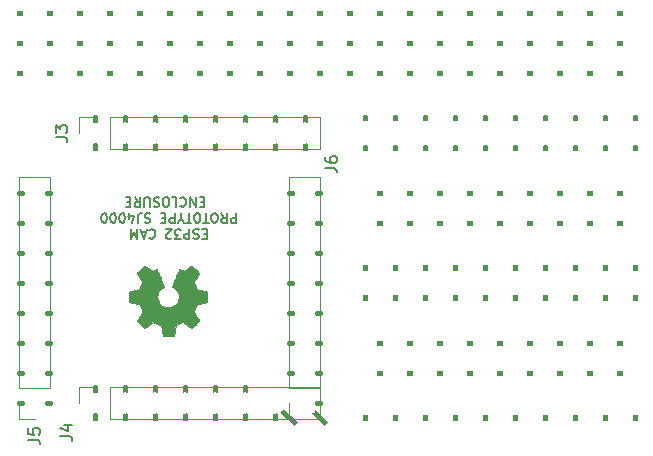
<source format=gbr>
G04 #@! TF.GenerationSoftware,KiCad,Pcbnew,5.1.5+dfsg1-2build2*
G04 #@! TF.CreationDate,2021-12-07T18:35:01-05:00*
G04 #@! TF.ProjectId,ESP32CAM_SJ4000_ENCLOSURE,45535033-3243-4414-9d5f-534a34303030,rev?*
G04 #@! TF.SameCoordinates,Original*
G04 #@! TF.FileFunction,Legend,Top*
G04 #@! TF.FilePolarity,Positive*
%FSLAX46Y46*%
G04 Gerber Fmt 4.6, Leading zero omitted, Abs format (unit mm)*
G04 Created by KiCad (PCBNEW 5.1.5+dfsg1-2build2) date 2021-12-07 18:35:01*
%MOMM*%
%LPD*%
G04 APERTURE LIST*
%ADD10C,0.400000*%
%ADD11C,0.150000*%
%ADD12C,0.120000*%
%ADD13C,0.010000*%
%ADD14C,2.102000*%
%ADD15C,2.100980*%
%ADD16O,1.802000X1.802000*%
%ADD17R,1.802000X1.802000*%
G04 APERTURE END LIST*
D10*
X128028700Y-136728200D02*
X129006600Y-137693400D01*
X125437900Y-136677400D02*
X126415800Y-137642600D01*
X155181300Y-137071100D02*
X155181300Y-137363200D01*
X152641300Y-137071100D02*
X152641300Y-137363200D01*
X150101300Y-137071100D02*
X150101300Y-137363200D01*
X147561300Y-137071100D02*
X147561300Y-137363200D01*
X145021300Y-137071100D02*
X145021300Y-137363200D01*
X142481300Y-137071100D02*
X142481300Y-137363200D01*
X139941300Y-137071100D02*
X139941300Y-137363200D01*
X137401300Y-137071100D02*
X137401300Y-137363200D01*
X134861300Y-137071100D02*
X134861300Y-137363200D01*
X132321300Y-137071100D02*
X132321300Y-137363200D01*
X154051000Y-133413500D02*
X153758900Y-133413500D01*
X151511000Y-133413500D02*
X151218900Y-133413500D01*
X148971000Y-133413500D02*
X148678900Y-133413500D01*
X146431000Y-133413500D02*
X146138900Y-133413500D01*
X143891000Y-133413500D02*
X143598900Y-133413500D01*
X141351000Y-133413500D02*
X141058900Y-133413500D01*
X138811000Y-133413500D02*
X138518900Y-133413500D01*
X136271000Y-133413500D02*
X135978900Y-133413500D01*
X133731000Y-133413500D02*
X133438900Y-133413500D01*
X154051000Y-130873500D02*
X153758900Y-130873500D01*
X151511000Y-130873500D02*
X151218900Y-130873500D01*
X148971000Y-130873500D02*
X148678900Y-130873500D01*
X146431000Y-130873500D02*
X146138900Y-130873500D01*
X143891000Y-130873500D02*
X143598900Y-130873500D01*
X141351000Y-130873500D02*
X141058900Y-130873500D01*
X138811000Y-130873500D02*
X138518900Y-130873500D01*
X136271000Y-130873500D02*
X135978900Y-130873500D01*
X133731000Y-130873500D02*
X133438900Y-130873500D01*
X155194000Y-126911100D02*
X155194000Y-127203200D01*
X152654000Y-126911100D02*
X152654000Y-127203200D01*
X150114000Y-126911100D02*
X150114000Y-127203200D01*
X147574000Y-126911100D02*
X147574000Y-127203200D01*
X145034000Y-126911100D02*
X145034000Y-127203200D01*
X142494000Y-126911100D02*
X142494000Y-127203200D01*
X139954000Y-126911100D02*
X139954000Y-127203200D01*
X137414000Y-126911100D02*
X137414000Y-127203200D01*
X134874000Y-126911100D02*
X134874000Y-127203200D01*
X132334000Y-126911100D02*
X132334000Y-127203200D01*
X155194000Y-124371100D02*
X155194000Y-124663200D01*
X152654000Y-124371100D02*
X152654000Y-124663200D01*
X150114000Y-124371100D02*
X150114000Y-124663200D01*
X147574000Y-124371100D02*
X147574000Y-124663200D01*
X145034000Y-124371100D02*
X145034000Y-124663200D01*
X142494000Y-124371100D02*
X142494000Y-124663200D01*
X139954000Y-124371100D02*
X139954000Y-124663200D01*
X137414000Y-124371100D02*
X137414000Y-124663200D01*
X134874000Y-124371100D02*
X134874000Y-124663200D01*
X132334000Y-124371100D02*
X132334000Y-124663200D01*
X154051000Y-120700800D02*
X153758900Y-120700800D01*
X151511000Y-120700800D02*
X151218900Y-120700800D01*
X148971000Y-120700800D02*
X148678900Y-120700800D01*
X146431000Y-120700800D02*
X146138900Y-120700800D01*
X143891000Y-120700800D02*
X143598900Y-120700800D01*
X141351000Y-120700800D02*
X141058900Y-120700800D01*
X138811000Y-120700800D02*
X138518900Y-120700800D01*
X136271000Y-120700800D02*
X135978900Y-120700800D01*
X133731000Y-120700800D02*
X133438900Y-120700800D01*
X154051000Y-118160800D02*
X153758900Y-118160800D01*
X151511000Y-118160800D02*
X151218900Y-118160800D01*
X148971000Y-118160800D02*
X148678900Y-118160800D01*
X146431000Y-118160800D02*
X146138900Y-118160800D01*
X143891000Y-118160800D02*
X143598900Y-118160800D01*
X141351000Y-118160800D02*
X141058900Y-118160800D01*
X138811000Y-118160800D02*
X138518900Y-118160800D01*
X136271000Y-118160800D02*
X135978900Y-118160800D01*
X133731000Y-118160800D02*
X133438900Y-118160800D01*
X155181300Y-114236500D02*
X155181300Y-114528600D01*
X152641300Y-114236500D02*
X152641300Y-114528600D01*
X150101300Y-114236500D02*
X150101300Y-114528600D01*
X147561300Y-114236500D02*
X147561300Y-114528600D01*
X145021300Y-114236500D02*
X145021300Y-114528600D01*
X142481300Y-114236500D02*
X142481300Y-114528600D01*
X139941300Y-114236500D02*
X139941300Y-114528600D01*
X137401300Y-114236500D02*
X137401300Y-114528600D01*
X134861300Y-114236500D02*
X134861300Y-114528600D01*
X132321300Y-114236500D02*
X132321300Y-114528600D01*
X155181300Y-111696500D02*
X155181300Y-111988600D01*
X152641300Y-111696500D02*
X152641300Y-111988600D01*
X150101300Y-111696500D02*
X150101300Y-111988600D01*
X147561300Y-111696500D02*
X147561300Y-111988600D01*
X145021300Y-111696500D02*
X145021300Y-111988600D01*
X142481300Y-111696500D02*
X142481300Y-111988600D01*
X139941300Y-111696500D02*
X139941300Y-111988600D01*
X137401300Y-111696500D02*
X137401300Y-111988600D01*
X134861300Y-111696500D02*
X134861300Y-111988600D01*
X132321300Y-111696500D02*
X132321300Y-111988600D01*
X154051000Y-108013500D02*
X153758900Y-108013500D01*
X151511000Y-108013500D02*
X151218900Y-108013500D01*
X148971000Y-108013500D02*
X148678900Y-108013500D01*
X146431000Y-108013500D02*
X146138900Y-108013500D01*
X143891000Y-108013500D02*
X143598900Y-108013500D01*
X141351000Y-108013500D02*
X141058900Y-108013500D01*
X138811000Y-108013500D02*
X138518900Y-108013500D01*
X136271000Y-108013500D02*
X135978900Y-108013500D01*
X133731000Y-108013500D02*
X133438900Y-108013500D01*
X131191000Y-108013500D02*
X130898900Y-108013500D01*
X128651000Y-108013500D02*
X128358900Y-108013500D01*
X126111000Y-108013500D02*
X125818900Y-108013500D01*
X123571000Y-108013500D02*
X123278900Y-108013500D01*
X121031000Y-108013500D02*
X120738900Y-108013500D01*
X118491000Y-108013500D02*
X118198900Y-108013500D01*
X115951000Y-108013500D02*
X115658900Y-108013500D01*
X113411000Y-108013500D02*
X113118900Y-108013500D01*
X110871000Y-108013500D02*
X110578900Y-108013500D01*
X108331000Y-108013500D02*
X108038900Y-108013500D01*
X105791000Y-108013500D02*
X105498900Y-108013500D01*
X103251000Y-108013500D02*
X102958900Y-108013500D01*
X154051000Y-105473500D02*
X153758900Y-105473500D01*
X151511000Y-105473500D02*
X151218900Y-105473500D01*
X148971000Y-105473500D02*
X148678900Y-105473500D01*
X146431000Y-105473500D02*
X146138900Y-105473500D01*
X143891000Y-105473500D02*
X143598900Y-105473500D01*
X141351000Y-105473500D02*
X141058900Y-105473500D01*
X138811000Y-105473500D02*
X138518900Y-105473500D01*
X136271000Y-105473500D02*
X135978900Y-105473500D01*
X133731000Y-105473500D02*
X133438900Y-105473500D01*
X131191000Y-105473500D02*
X130898900Y-105473500D01*
X128651000Y-105473500D02*
X128358900Y-105473500D01*
X126111000Y-105473500D02*
X125818900Y-105473500D01*
X123571000Y-105473500D02*
X123278900Y-105473500D01*
X121031000Y-105473500D02*
X120738900Y-105473500D01*
X118491000Y-105473500D02*
X118198900Y-105473500D01*
X115951000Y-105473500D02*
X115658900Y-105473500D01*
X113411000Y-105473500D02*
X113118900Y-105473500D01*
X110871000Y-105473500D02*
X110578900Y-105473500D01*
X108331000Y-105473500D02*
X108038900Y-105473500D01*
X105791000Y-105473500D02*
X105498900Y-105473500D01*
X103251000Y-105473500D02*
X102958900Y-105473500D01*
X154051000Y-102933500D02*
X153758900Y-102933500D01*
X151511000Y-102933500D02*
X151218900Y-102933500D01*
X148971000Y-102933500D02*
X148678900Y-102933500D01*
X146431000Y-102933500D02*
X146138900Y-102933500D01*
X143891000Y-102933500D02*
X143598900Y-102933500D01*
X141351000Y-102933500D02*
X141058900Y-102933500D01*
X138811000Y-102933500D02*
X138518900Y-102933500D01*
X136271000Y-102933500D02*
X135978900Y-102933500D01*
X133731000Y-102933500D02*
X133438900Y-102933500D01*
X131191000Y-102933500D02*
X130898900Y-102933500D01*
X128651000Y-102933500D02*
X128358900Y-102933500D01*
X126111000Y-102933500D02*
X125818900Y-102933500D01*
X123571000Y-102933500D02*
X123278900Y-102933500D01*
X121031000Y-102933500D02*
X120738900Y-102933500D01*
X118491000Y-102933500D02*
X118198900Y-102933500D01*
X115951000Y-102933500D02*
X115658900Y-102933500D01*
X113411000Y-102933500D02*
X113118900Y-102933500D01*
X110871000Y-102933500D02*
X110578900Y-102933500D01*
X108331000Y-102933500D02*
X108038900Y-102933500D01*
X105791000Y-102933500D02*
X105498900Y-102933500D01*
X103251000Y-102933500D02*
X102958900Y-102933500D01*
X128574800Y-135953500D02*
X128282700Y-135953500D01*
X128574800Y-133400800D02*
X128282700Y-133400800D01*
X128574800Y-130860800D02*
X128282700Y-130860800D01*
X128574800Y-128320800D02*
X128282700Y-128320800D01*
X128574800Y-125780800D02*
X128282700Y-125780800D01*
X128574800Y-123240800D02*
X128282700Y-123240800D01*
X128574800Y-120700800D02*
X128282700Y-120700800D01*
X128574800Y-118160800D02*
X128282700Y-118160800D01*
X126187200Y-133413500D02*
X125895100Y-133413500D01*
X126187200Y-130873500D02*
X125895100Y-130873500D01*
X126187200Y-128333500D02*
X125895100Y-128333500D01*
X126187200Y-125793500D02*
X125895100Y-125793500D01*
X126187200Y-123253500D02*
X125895100Y-123253500D01*
X126187200Y-120713500D02*
X125895100Y-120713500D01*
X126187200Y-118173500D02*
X125895100Y-118173500D01*
X105714800Y-135953500D02*
X105422700Y-135953500D01*
X105714800Y-133413500D02*
X105422700Y-133413500D01*
X105714800Y-130873500D02*
X105422700Y-130873500D01*
X105714800Y-128333500D02*
X105422700Y-128333500D01*
X105714800Y-125793500D02*
X105422700Y-125793500D01*
X105714800Y-123253500D02*
X105422700Y-123253500D01*
X105714800Y-120713500D02*
X105422700Y-120713500D01*
X105714800Y-118173500D02*
X105422700Y-118173500D01*
X103327200Y-135953500D02*
X103035100Y-135953500D01*
X103327200Y-133413500D02*
X103035100Y-133413500D01*
X103327200Y-130873500D02*
X103035100Y-130873500D01*
X103327200Y-128333500D02*
X103035100Y-128333500D01*
X103327200Y-125793500D02*
X103035100Y-125793500D01*
X103327200Y-123253500D02*
X103035100Y-123253500D01*
X103327200Y-120713500D02*
X103035100Y-120713500D01*
X103327200Y-118173500D02*
X103035100Y-118173500D01*
X124701300Y-136994900D02*
X124701300Y-137287000D01*
X122161300Y-136994900D02*
X122161300Y-137287000D01*
X119621300Y-136994900D02*
X119621300Y-137287000D01*
X117081300Y-136994900D02*
X117081300Y-137287000D01*
X114541300Y-136994900D02*
X114541300Y-137287000D01*
X112001300Y-136994900D02*
X112001300Y-137287000D01*
X109461300Y-136994900D02*
X109461300Y-137287000D01*
X122161300Y-134607300D02*
X122161300Y-134899400D01*
X119621300Y-134607300D02*
X119621300Y-134899400D01*
X117081300Y-134607300D02*
X117081300Y-134899400D01*
X114541300Y-134607300D02*
X114541300Y-134899400D01*
X112001300Y-134607300D02*
X112001300Y-134899400D01*
X109461300Y-134607300D02*
X109461300Y-134899400D01*
X127241300Y-114134900D02*
X127241300Y-114427000D01*
X124701300Y-114134900D02*
X124701300Y-114427000D01*
X122161300Y-114134900D02*
X122161300Y-114427000D01*
X119621300Y-114134900D02*
X119621300Y-114427000D01*
X117081300Y-114134900D02*
X117081300Y-114427000D01*
X114541300Y-114134900D02*
X114541300Y-114427000D01*
X112001300Y-114134900D02*
X112001300Y-114427000D01*
X109461300Y-114134900D02*
X109461300Y-114427000D01*
X127241300Y-111747300D02*
X127241300Y-112039400D01*
X124701300Y-111747300D02*
X124701300Y-112039400D01*
X122161300Y-111747300D02*
X122161300Y-112039400D01*
X119621300Y-111747300D02*
X119621300Y-112039400D01*
X117081300Y-111747300D02*
X117081300Y-112039400D01*
X114541300Y-111747300D02*
X114541300Y-112039400D01*
X112001300Y-111747300D02*
X112001300Y-112039400D01*
X109461300Y-111747300D02*
X109461300Y-112039400D01*
D11*
X118966809Y-121639942D02*
X118700142Y-121639942D01*
X118585857Y-121220895D02*
X118966809Y-121220895D01*
X118966809Y-122020895D01*
X118585857Y-122020895D01*
X118281095Y-121258990D02*
X118166809Y-121220895D01*
X117976333Y-121220895D01*
X117900142Y-121258990D01*
X117862047Y-121297085D01*
X117823952Y-121373276D01*
X117823952Y-121449466D01*
X117862047Y-121525657D01*
X117900142Y-121563752D01*
X117976333Y-121601847D01*
X118128714Y-121639942D01*
X118204904Y-121678038D01*
X118243000Y-121716133D01*
X118281095Y-121792323D01*
X118281095Y-121868514D01*
X118243000Y-121944704D01*
X118204904Y-121982800D01*
X118128714Y-122020895D01*
X117938238Y-122020895D01*
X117823952Y-121982800D01*
X117481095Y-121220895D02*
X117481095Y-122020895D01*
X117176333Y-122020895D01*
X117100142Y-121982800D01*
X117062047Y-121944704D01*
X117023952Y-121868514D01*
X117023952Y-121754228D01*
X117062047Y-121678038D01*
X117100142Y-121639942D01*
X117176333Y-121601847D01*
X117481095Y-121601847D01*
X116757285Y-122020895D02*
X116262047Y-122020895D01*
X116528714Y-121716133D01*
X116414428Y-121716133D01*
X116338238Y-121678038D01*
X116300142Y-121639942D01*
X116262047Y-121563752D01*
X116262047Y-121373276D01*
X116300142Y-121297085D01*
X116338238Y-121258990D01*
X116414428Y-121220895D01*
X116643000Y-121220895D01*
X116719190Y-121258990D01*
X116757285Y-121297085D01*
X115957285Y-121944704D02*
X115919190Y-121982800D01*
X115843000Y-122020895D01*
X115652523Y-122020895D01*
X115576333Y-121982800D01*
X115538238Y-121944704D01*
X115500142Y-121868514D01*
X115500142Y-121792323D01*
X115538238Y-121678038D01*
X115995380Y-121220895D01*
X115500142Y-121220895D01*
X114090619Y-121297085D02*
X114128714Y-121258990D01*
X114243000Y-121220895D01*
X114319190Y-121220895D01*
X114433476Y-121258990D01*
X114509666Y-121335180D01*
X114547761Y-121411371D01*
X114585857Y-121563752D01*
X114585857Y-121678038D01*
X114547761Y-121830419D01*
X114509666Y-121906609D01*
X114433476Y-121982800D01*
X114319190Y-122020895D01*
X114243000Y-122020895D01*
X114128714Y-121982800D01*
X114090619Y-121944704D01*
X113785857Y-121449466D02*
X113404904Y-121449466D01*
X113862047Y-121220895D02*
X113595380Y-122020895D01*
X113328714Y-121220895D01*
X113062047Y-121220895D02*
X113062047Y-122020895D01*
X112795380Y-121449466D01*
X112528714Y-122020895D01*
X112528714Y-121220895D01*
X121423952Y-119870895D02*
X121423952Y-120670895D01*
X121119190Y-120670895D01*
X121043000Y-120632800D01*
X121004904Y-120594704D01*
X120966809Y-120518514D01*
X120966809Y-120404228D01*
X121004904Y-120328038D01*
X121043000Y-120289942D01*
X121119190Y-120251847D01*
X121423952Y-120251847D01*
X120166809Y-119870895D02*
X120433476Y-120251847D01*
X120623952Y-119870895D02*
X120623952Y-120670895D01*
X120319190Y-120670895D01*
X120243000Y-120632800D01*
X120204904Y-120594704D01*
X120166809Y-120518514D01*
X120166809Y-120404228D01*
X120204904Y-120328038D01*
X120243000Y-120289942D01*
X120319190Y-120251847D01*
X120623952Y-120251847D01*
X119671571Y-120670895D02*
X119519190Y-120670895D01*
X119443000Y-120632800D01*
X119366809Y-120556609D01*
X119328714Y-120404228D01*
X119328714Y-120137561D01*
X119366809Y-119985180D01*
X119443000Y-119908990D01*
X119519190Y-119870895D01*
X119671571Y-119870895D01*
X119747761Y-119908990D01*
X119823952Y-119985180D01*
X119862047Y-120137561D01*
X119862047Y-120404228D01*
X119823952Y-120556609D01*
X119747761Y-120632800D01*
X119671571Y-120670895D01*
X119100142Y-120670895D02*
X118643000Y-120670895D01*
X118871571Y-119870895D02*
X118871571Y-120670895D01*
X118223952Y-120670895D02*
X118071571Y-120670895D01*
X117995380Y-120632800D01*
X117919190Y-120556609D01*
X117881095Y-120404228D01*
X117881095Y-120137561D01*
X117919190Y-119985180D01*
X117995380Y-119908990D01*
X118071571Y-119870895D01*
X118223952Y-119870895D01*
X118300142Y-119908990D01*
X118376333Y-119985180D01*
X118414428Y-120137561D01*
X118414428Y-120404228D01*
X118376333Y-120556609D01*
X118300142Y-120632800D01*
X118223952Y-120670895D01*
X117652523Y-120670895D02*
X117195380Y-120670895D01*
X117423952Y-119870895D02*
X117423952Y-120670895D01*
X116776333Y-120251847D02*
X116776333Y-119870895D01*
X117043000Y-120670895D02*
X116776333Y-120251847D01*
X116509666Y-120670895D01*
X116243000Y-119870895D02*
X116243000Y-120670895D01*
X115938238Y-120670895D01*
X115862047Y-120632800D01*
X115823952Y-120594704D01*
X115785857Y-120518514D01*
X115785857Y-120404228D01*
X115823952Y-120328038D01*
X115862047Y-120289942D01*
X115938238Y-120251847D01*
X116243000Y-120251847D01*
X115443000Y-120289942D02*
X115176333Y-120289942D01*
X115062047Y-119870895D02*
X115443000Y-119870895D01*
X115443000Y-120670895D01*
X115062047Y-120670895D01*
X114147761Y-119908990D02*
X114033476Y-119870895D01*
X113843000Y-119870895D01*
X113766809Y-119908990D01*
X113728714Y-119947085D01*
X113690619Y-120023276D01*
X113690619Y-120099466D01*
X113728714Y-120175657D01*
X113766809Y-120213752D01*
X113843000Y-120251847D01*
X113995380Y-120289942D01*
X114071571Y-120328038D01*
X114109666Y-120366133D01*
X114147761Y-120442323D01*
X114147761Y-120518514D01*
X114109666Y-120594704D01*
X114071571Y-120632800D01*
X113995380Y-120670895D01*
X113804904Y-120670895D01*
X113690619Y-120632800D01*
X113119190Y-120670895D02*
X113119190Y-120099466D01*
X113157285Y-119985180D01*
X113233476Y-119908990D01*
X113347761Y-119870895D01*
X113423952Y-119870895D01*
X112395380Y-120404228D02*
X112395380Y-119870895D01*
X112585857Y-120708990D02*
X112776333Y-120137561D01*
X112281095Y-120137561D01*
X111823952Y-120670895D02*
X111747761Y-120670895D01*
X111671571Y-120632800D01*
X111633476Y-120594704D01*
X111595380Y-120518514D01*
X111557285Y-120366133D01*
X111557285Y-120175657D01*
X111595380Y-120023276D01*
X111633476Y-119947085D01*
X111671571Y-119908990D01*
X111747761Y-119870895D01*
X111823952Y-119870895D01*
X111900142Y-119908990D01*
X111938238Y-119947085D01*
X111976333Y-120023276D01*
X112014428Y-120175657D01*
X112014428Y-120366133D01*
X111976333Y-120518514D01*
X111938238Y-120594704D01*
X111900142Y-120632800D01*
X111823952Y-120670895D01*
X111062047Y-120670895D02*
X110985857Y-120670895D01*
X110909666Y-120632800D01*
X110871571Y-120594704D01*
X110833476Y-120518514D01*
X110795380Y-120366133D01*
X110795380Y-120175657D01*
X110833476Y-120023276D01*
X110871571Y-119947085D01*
X110909666Y-119908990D01*
X110985857Y-119870895D01*
X111062047Y-119870895D01*
X111138238Y-119908990D01*
X111176333Y-119947085D01*
X111214428Y-120023276D01*
X111252523Y-120175657D01*
X111252523Y-120366133D01*
X111214428Y-120518514D01*
X111176333Y-120594704D01*
X111138238Y-120632800D01*
X111062047Y-120670895D01*
X110300142Y-120670895D02*
X110223952Y-120670895D01*
X110147761Y-120632800D01*
X110109666Y-120594704D01*
X110071571Y-120518514D01*
X110033476Y-120366133D01*
X110033476Y-120175657D01*
X110071571Y-120023276D01*
X110109666Y-119947085D01*
X110147761Y-119908990D01*
X110223952Y-119870895D01*
X110300142Y-119870895D01*
X110376333Y-119908990D01*
X110414428Y-119947085D01*
X110452523Y-120023276D01*
X110490619Y-120175657D01*
X110490619Y-120366133D01*
X110452523Y-120518514D01*
X110414428Y-120594704D01*
X110376333Y-120632800D01*
X110300142Y-120670895D01*
X118738238Y-118939942D02*
X118471571Y-118939942D01*
X118357285Y-118520895D02*
X118738238Y-118520895D01*
X118738238Y-119320895D01*
X118357285Y-119320895D01*
X118014428Y-118520895D02*
X118014428Y-119320895D01*
X117557285Y-118520895D01*
X117557285Y-119320895D01*
X116719190Y-118597085D02*
X116757285Y-118558990D01*
X116871571Y-118520895D01*
X116947761Y-118520895D01*
X117062047Y-118558990D01*
X117138238Y-118635180D01*
X117176333Y-118711371D01*
X117214428Y-118863752D01*
X117214428Y-118978038D01*
X117176333Y-119130419D01*
X117138238Y-119206609D01*
X117062047Y-119282800D01*
X116947761Y-119320895D01*
X116871571Y-119320895D01*
X116757285Y-119282800D01*
X116719190Y-119244704D01*
X115995380Y-118520895D02*
X116376333Y-118520895D01*
X116376333Y-119320895D01*
X115576333Y-119320895D02*
X115423952Y-119320895D01*
X115347761Y-119282800D01*
X115271571Y-119206609D01*
X115233476Y-119054228D01*
X115233476Y-118787561D01*
X115271571Y-118635180D01*
X115347761Y-118558990D01*
X115423952Y-118520895D01*
X115576333Y-118520895D01*
X115652523Y-118558990D01*
X115728714Y-118635180D01*
X115766809Y-118787561D01*
X115766809Y-119054228D01*
X115728714Y-119206609D01*
X115652523Y-119282800D01*
X115576333Y-119320895D01*
X114928714Y-118558990D02*
X114814428Y-118520895D01*
X114623952Y-118520895D01*
X114547761Y-118558990D01*
X114509666Y-118597085D01*
X114471571Y-118673276D01*
X114471571Y-118749466D01*
X114509666Y-118825657D01*
X114547761Y-118863752D01*
X114623952Y-118901847D01*
X114776333Y-118939942D01*
X114852523Y-118978038D01*
X114890619Y-119016133D01*
X114928714Y-119092323D01*
X114928714Y-119168514D01*
X114890619Y-119244704D01*
X114852523Y-119282800D01*
X114776333Y-119320895D01*
X114585857Y-119320895D01*
X114471571Y-119282800D01*
X114128714Y-119320895D02*
X114128714Y-118673276D01*
X114090619Y-118597085D01*
X114052523Y-118558990D01*
X113976333Y-118520895D01*
X113823952Y-118520895D01*
X113747761Y-118558990D01*
X113709666Y-118597085D01*
X113671571Y-118673276D01*
X113671571Y-119320895D01*
X112833476Y-118520895D02*
X113100142Y-118901847D01*
X113290619Y-118520895D02*
X113290619Y-119320895D01*
X112985857Y-119320895D01*
X112909666Y-119282800D01*
X112871571Y-119244704D01*
X112833476Y-119168514D01*
X112833476Y-119054228D01*
X112871571Y-118978038D01*
X112909666Y-118939942D01*
X112985857Y-118901847D01*
X113290619Y-118901847D01*
X112490619Y-118939942D02*
X112223952Y-118939942D01*
X112109666Y-118520895D02*
X112490619Y-118520895D01*
X112490619Y-119320895D01*
X112109666Y-119320895D01*
D12*
X108131300Y-135950000D02*
X108131300Y-134620000D01*
X108131300Y-134620000D02*
X109461300Y-134620000D01*
X110731300Y-134620000D02*
X128571300Y-134620000D01*
X128571300Y-137280000D02*
X128571300Y-134620000D01*
X110731300Y-137280000D02*
X128571300Y-137280000D01*
X110731300Y-137280000D02*
X110731300Y-134620000D01*
X108131300Y-113090000D02*
X108131300Y-111760000D01*
X108131300Y-111760000D02*
X109461300Y-111760000D01*
X110731300Y-111760000D02*
X128571300Y-111760000D01*
X128571300Y-114420000D02*
X128571300Y-111760000D01*
X110731300Y-114420000D02*
X128571300Y-114420000D01*
X110731300Y-114420000D02*
X110731300Y-111760000D01*
X104381300Y-137280000D02*
X103051300Y-137280000D01*
X103051300Y-137280000D02*
X103051300Y-135950000D01*
X103051300Y-134680000D02*
X103051300Y-116840000D01*
X105711300Y-116840000D02*
X103051300Y-116840000D01*
X105711300Y-134680000D02*
X105711300Y-116840000D01*
X105711300Y-134680000D02*
X103051300Y-134680000D01*
X127241300Y-137280000D02*
X125911300Y-137280000D01*
X125911300Y-137280000D02*
X125911300Y-135950000D01*
X125911300Y-134680000D02*
X125911300Y-116840000D01*
X128571300Y-116840000D02*
X125911300Y-116840000D01*
X128571300Y-134680000D02*
X128571300Y-116840000D01*
X128571300Y-134680000D02*
X125911300Y-134680000D01*
D13*
G36*
X115128486Y-129797769D02*
G01*
X115044665Y-129353145D01*
X114735380Y-129225647D01*
X114426094Y-129098149D01*
X114055054Y-129350454D01*
X113951143Y-129420704D01*
X113857213Y-129483428D01*
X113777648Y-129535762D01*
X113716830Y-129574843D01*
X113679143Y-129597807D01*
X113668879Y-129602758D01*
X113650390Y-129590024D01*
X113610880Y-129554818D01*
X113554778Y-129501638D01*
X113486513Y-129434982D01*
X113410514Y-129359346D01*
X113331208Y-129279228D01*
X113253025Y-129199126D01*
X113180393Y-129123536D01*
X113117741Y-129056955D01*
X113069497Y-129003882D01*
X113040090Y-128968813D01*
X113033059Y-128957077D01*
X113043177Y-128935440D01*
X113071541Y-128888038D01*
X113115171Y-128819507D01*
X113171082Y-128734485D01*
X113236294Y-128637607D01*
X113274081Y-128582350D01*
X113342957Y-128481452D01*
X113404160Y-128390401D01*
X113454722Y-128313730D01*
X113491672Y-128255972D01*
X113512042Y-128221657D01*
X113515103Y-128214446D01*
X113508164Y-128193952D01*
X113489249Y-128146187D01*
X113461213Y-128077868D01*
X113426909Y-127995711D01*
X113389191Y-127906430D01*
X113350913Y-127816742D01*
X113314930Y-127733362D01*
X113284094Y-127663006D01*
X113261261Y-127612390D01*
X113249283Y-127588229D01*
X113248576Y-127587278D01*
X113229769Y-127582664D01*
X113179682Y-127572372D01*
X113103507Y-127557413D01*
X113006435Y-127538799D01*
X112893657Y-127517541D01*
X112827858Y-127505282D01*
X112707350Y-127482338D01*
X112598503Y-127460505D01*
X112506824Y-127440978D01*
X112437819Y-127424952D01*
X112396996Y-127413621D01*
X112388789Y-127410026D01*
X112380752Y-127385694D01*
X112374267Y-127330741D01*
X112369330Y-127251592D01*
X112365936Y-127154674D01*
X112364082Y-127046413D01*
X112363762Y-126933235D01*
X112364973Y-126821565D01*
X112367710Y-126717832D01*
X112371969Y-126628459D01*
X112377745Y-126559874D01*
X112385033Y-126518503D01*
X112389405Y-126509890D01*
X112415536Y-126499567D01*
X112470907Y-126484808D01*
X112548193Y-126467348D01*
X112640070Y-126448920D01*
X112672142Y-126442959D01*
X112826776Y-126414634D01*
X112948925Y-126391824D01*
X113042627Y-126373620D01*
X113111916Y-126359117D01*
X113160829Y-126347408D01*
X113193403Y-126337585D01*
X113213672Y-126328744D01*
X113225674Y-126319976D01*
X113227353Y-126318243D01*
X113244116Y-126290329D01*
X113269686Y-126236005D01*
X113301512Y-126161923D01*
X113337040Y-126074735D01*
X113373717Y-125981092D01*
X113408989Y-125887648D01*
X113440304Y-125801053D01*
X113465107Y-125727960D01*
X113480846Y-125675022D01*
X113484968Y-125648889D01*
X113484624Y-125647974D01*
X113470659Y-125626614D01*
X113438978Y-125579616D01*
X113392909Y-125511873D01*
X113335782Y-125428277D01*
X113270927Y-125333718D01*
X113252457Y-125306846D01*
X113186601Y-125209425D01*
X113128650Y-125120537D01*
X113081762Y-125045288D01*
X113049093Y-124988780D01*
X113033800Y-124956119D01*
X113033059Y-124952107D01*
X113045908Y-124931016D01*
X113081412Y-124889236D01*
X113135007Y-124831255D01*
X113202129Y-124761565D01*
X113278213Y-124684655D01*
X113358696Y-124605017D01*
X113439013Y-124527139D01*
X113514601Y-124455514D01*
X113580895Y-124394630D01*
X113633331Y-124348979D01*
X113667345Y-124323050D01*
X113676755Y-124318817D01*
X113698657Y-124328788D01*
X113743500Y-124355680D01*
X113803979Y-124394964D01*
X113850511Y-124426583D01*
X113934825Y-124484602D01*
X114034674Y-124552916D01*
X114134827Y-124621121D01*
X114188673Y-124657625D01*
X114370929Y-124780900D01*
X114523919Y-124698180D01*
X114593618Y-124661941D01*
X114652886Y-124633774D01*
X114692989Y-124617709D01*
X114703197Y-124615474D01*
X114715471Y-124631978D01*
X114739687Y-124678618D01*
X114774037Y-124751091D01*
X114816712Y-124845094D01*
X114865906Y-124956326D01*
X114919810Y-125080485D01*
X114976616Y-125213268D01*
X115034518Y-125350373D01*
X115091707Y-125487498D01*
X115146376Y-125620342D01*
X115196716Y-125744602D01*
X115240920Y-125855975D01*
X115277181Y-125950161D01*
X115303691Y-126022856D01*
X115318642Y-126069759D01*
X115321046Y-126085867D01*
X115301989Y-126106414D01*
X115260264Y-126139767D01*
X115204594Y-126178998D01*
X115199922Y-126182101D01*
X115056036Y-126297277D01*
X114940017Y-126431647D01*
X114852870Y-126580916D01*
X114795601Y-126740787D01*
X114769214Y-126906963D01*
X114774715Y-127075148D01*
X114813110Y-127241045D01*
X114885405Y-127400358D01*
X114906674Y-127435213D01*
X115017304Y-127575963D01*
X115147998Y-127688986D01*
X115294236Y-127773697D01*
X115451492Y-127829506D01*
X115615243Y-127855826D01*
X115780967Y-127852070D01*
X115944138Y-127817650D01*
X116100235Y-127751977D01*
X116244733Y-127654465D01*
X116289431Y-127614887D01*
X116403188Y-127490997D01*
X116486082Y-127360576D01*
X116542944Y-127214385D01*
X116574613Y-127069612D01*
X116582431Y-126906840D01*
X116556362Y-126743260D01*
X116499055Y-126584402D01*
X116413156Y-126435794D01*
X116301314Y-126302965D01*
X116166177Y-126191444D01*
X116148417Y-126179689D01*
X116092150Y-126141192D01*
X116049377Y-126107837D01*
X116028928Y-126086540D01*
X116028631Y-126085867D01*
X116033021Y-126062829D01*
X116050424Y-126010543D01*
X116079032Y-125933310D01*
X116117035Y-125835432D01*
X116162626Y-125721209D01*
X116213997Y-125594942D01*
X116269338Y-125460933D01*
X116326842Y-125323482D01*
X116384699Y-125186892D01*
X116441102Y-125055463D01*
X116494242Y-124933495D01*
X116542310Y-124825291D01*
X116583499Y-124735151D01*
X116615999Y-124667377D01*
X116638003Y-124626270D01*
X116646864Y-124615474D01*
X116673940Y-124623881D01*
X116724603Y-124646428D01*
X116790117Y-124679087D01*
X116826141Y-124698180D01*
X116979132Y-124780900D01*
X117161388Y-124657625D01*
X117254425Y-124594472D01*
X117356285Y-124524973D01*
X117451738Y-124459535D01*
X117499550Y-124426583D01*
X117566795Y-124381427D01*
X117623736Y-124345643D01*
X117662946Y-124323762D01*
X117675681Y-124319137D01*
X117694217Y-124331615D01*
X117735241Y-124366448D01*
X117794775Y-124420022D01*
X117868842Y-124488717D01*
X117953465Y-124568919D01*
X118006985Y-124620414D01*
X118100619Y-124712414D01*
X118181541Y-124794701D01*
X118246477Y-124863755D01*
X118292158Y-124916056D01*
X118315311Y-124948084D01*
X118317532Y-124954584D01*
X118307224Y-124979306D01*
X118278739Y-125029295D01*
X118235237Y-125099488D01*
X118179877Y-125184825D01*
X118115820Y-125280244D01*
X118097603Y-125306846D01*
X118031227Y-125403533D01*
X117971678Y-125490583D01*
X117922284Y-125563105D01*
X117886375Y-125616207D01*
X117867281Y-125644997D01*
X117865436Y-125647974D01*
X117868195Y-125670918D01*
X117882838Y-125721364D01*
X117906813Y-125792659D01*
X117937566Y-125878153D01*
X117972544Y-125971193D01*
X118009193Y-126065126D01*
X118044961Y-126153301D01*
X118077294Y-126229066D01*
X118103638Y-126285769D01*
X118121442Y-126316757D01*
X118122707Y-126318243D01*
X118133594Y-126327099D01*
X118151982Y-126335857D01*
X118181906Y-126345423D01*
X118227403Y-126356704D01*
X118292509Y-126370607D01*
X118381261Y-126388037D01*
X118497693Y-126409902D01*
X118645842Y-126437109D01*
X118677918Y-126442959D01*
X118772986Y-126461326D01*
X118855865Y-126479295D01*
X118919230Y-126495131D01*
X118955758Y-126507100D01*
X118960656Y-126509890D01*
X118968727Y-126534628D01*
X118975287Y-126589910D01*
X118980333Y-126669311D01*
X118983859Y-126766404D01*
X118985861Y-126874762D01*
X118986336Y-126987960D01*
X118985277Y-127099572D01*
X118982682Y-127203171D01*
X118978546Y-127292332D01*
X118972863Y-127360628D01*
X118965631Y-127401634D01*
X118961271Y-127410026D01*
X118936998Y-127418492D01*
X118881726Y-127432265D01*
X118800962Y-127450150D01*
X118700212Y-127470952D01*
X118584983Y-127493477D01*
X118522202Y-127505282D01*
X118403087Y-127527549D01*
X118296865Y-127547721D01*
X118208727Y-127564785D01*
X118143866Y-127577731D01*
X118107474Y-127585545D01*
X118101484Y-127587278D01*
X118091361Y-127606810D01*
X118069962Y-127653857D01*
X118040139Y-127721697D01*
X118004745Y-127803609D01*
X117966632Y-127892872D01*
X117928653Y-127982765D01*
X117893660Y-128066565D01*
X117864506Y-128137553D01*
X117844043Y-128189006D01*
X117835123Y-128214203D01*
X117834957Y-128215304D01*
X117845069Y-128235181D01*
X117873417Y-128280923D01*
X117917023Y-128347983D01*
X117972906Y-128431816D01*
X118038087Y-128527874D01*
X118075979Y-128583050D01*
X118145025Y-128684219D01*
X118206350Y-128776070D01*
X118256963Y-128853956D01*
X118293871Y-128913231D01*
X118314082Y-128949249D01*
X118317001Y-128957323D01*
X118304453Y-128976116D01*
X118269763Y-129016243D01*
X118217363Y-129073207D01*
X118151684Y-129142515D01*
X118077156Y-129219669D01*
X117998213Y-129300175D01*
X117919283Y-129379537D01*
X117844800Y-129453260D01*
X117779194Y-129516848D01*
X117726896Y-129565806D01*
X117692339Y-129595639D01*
X117680778Y-129602758D01*
X117661954Y-129592747D01*
X117616931Y-129564622D01*
X117550087Y-129521246D01*
X117465799Y-129465482D01*
X117368444Y-129400194D01*
X117295007Y-129350454D01*
X116923967Y-129098149D01*
X116305395Y-129353145D01*
X116221575Y-129797769D01*
X116137754Y-130242393D01*
X115212306Y-130242393D01*
X115128486Y-129797769D01*
G37*
X115128486Y-129797769D02*
X115044665Y-129353145D01*
X114735380Y-129225647D01*
X114426094Y-129098149D01*
X114055054Y-129350454D01*
X113951143Y-129420704D01*
X113857213Y-129483428D01*
X113777648Y-129535762D01*
X113716830Y-129574843D01*
X113679143Y-129597807D01*
X113668879Y-129602758D01*
X113650390Y-129590024D01*
X113610880Y-129554818D01*
X113554778Y-129501638D01*
X113486513Y-129434982D01*
X113410514Y-129359346D01*
X113331208Y-129279228D01*
X113253025Y-129199126D01*
X113180393Y-129123536D01*
X113117741Y-129056955D01*
X113069497Y-129003882D01*
X113040090Y-128968813D01*
X113033059Y-128957077D01*
X113043177Y-128935440D01*
X113071541Y-128888038D01*
X113115171Y-128819507D01*
X113171082Y-128734485D01*
X113236294Y-128637607D01*
X113274081Y-128582350D01*
X113342957Y-128481452D01*
X113404160Y-128390401D01*
X113454722Y-128313730D01*
X113491672Y-128255972D01*
X113512042Y-128221657D01*
X113515103Y-128214446D01*
X113508164Y-128193952D01*
X113489249Y-128146187D01*
X113461213Y-128077868D01*
X113426909Y-127995711D01*
X113389191Y-127906430D01*
X113350913Y-127816742D01*
X113314930Y-127733362D01*
X113284094Y-127663006D01*
X113261261Y-127612390D01*
X113249283Y-127588229D01*
X113248576Y-127587278D01*
X113229769Y-127582664D01*
X113179682Y-127572372D01*
X113103507Y-127557413D01*
X113006435Y-127538799D01*
X112893657Y-127517541D01*
X112827858Y-127505282D01*
X112707350Y-127482338D01*
X112598503Y-127460505D01*
X112506824Y-127440978D01*
X112437819Y-127424952D01*
X112396996Y-127413621D01*
X112388789Y-127410026D01*
X112380752Y-127385694D01*
X112374267Y-127330741D01*
X112369330Y-127251592D01*
X112365936Y-127154674D01*
X112364082Y-127046413D01*
X112363762Y-126933235D01*
X112364973Y-126821565D01*
X112367710Y-126717832D01*
X112371969Y-126628459D01*
X112377745Y-126559874D01*
X112385033Y-126518503D01*
X112389405Y-126509890D01*
X112415536Y-126499567D01*
X112470907Y-126484808D01*
X112548193Y-126467348D01*
X112640070Y-126448920D01*
X112672142Y-126442959D01*
X112826776Y-126414634D01*
X112948925Y-126391824D01*
X113042627Y-126373620D01*
X113111916Y-126359117D01*
X113160829Y-126347408D01*
X113193403Y-126337585D01*
X113213672Y-126328744D01*
X113225674Y-126319976D01*
X113227353Y-126318243D01*
X113244116Y-126290329D01*
X113269686Y-126236005D01*
X113301512Y-126161923D01*
X113337040Y-126074735D01*
X113373717Y-125981092D01*
X113408989Y-125887648D01*
X113440304Y-125801053D01*
X113465107Y-125727960D01*
X113480846Y-125675022D01*
X113484968Y-125648889D01*
X113484624Y-125647974D01*
X113470659Y-125626614D01*
X113438978Y-125579616D01*
X113392909Y-125511873D01*
X113335782Y-125428277D01*
X113270927Y-125333718D01*
X113252457Y-125306846D01*
X113186601Y-125209425D01*
X113128650Y-125120537D01*
X113081762Y-125045288D01*
X113049093Y-124988780D01*
X113033800Y-124956119D01*
X113033059Y-124952107D01*
X113045908Y-124931016D01*
X113081412Y-124889236D01*
X113135007Y-124831255D01*
X113202129Y-124761565D01*
X113278213Y-124684655D01*
X113358696Y-124605017D01*
X113439013Y-124527139D01*
X113514601Y-124455514D01*
X113580895Y-124394630D01*
X113633331Y-124348979D01*
X113667345Y-124323050D01*
X113676755Y-124318817D01*
X113698657Y-124328788D01*
X113743500Y-124355680D01*
X113803979Y-124394964D01*
X113850511Y-124426583D01*
X113934825Y-124484602D01*
X114034674Y-124552916D01*
X114134827Y-124621121D01*
X114188673Y-124657625D01*
X114370929Y-124780900D01*
X114523919Y-124698180D01*
X114593618Y-124661941D01*
X114652886Y-124633774D01*
X114692989Y-124617709D01*
X114703197Y-124615474D01*
X114715471Y-124631978D01*
X114739687Y-124678618D01*
X114774037Y-124751091D01*
X114816712Y-124845094D01*
X114865906Y-124956326D01*
X114919810Y-125080485D01*
X114976616Y-125213268D01*
X115034518Y-125350373D01*
X115091707Y-125487498D01*
X115146376Y-125620342D01*
X115196716Y-125744602D01*
X115240920Y-125855975D01*
X115277181Y-125950161D01*
X115303691Y-126022856D01*
X115318642Y-126069759D01*
X115321046Y-126085867D01*
X115301989Y-126106414D01*
X115260264Y-126139767D01*
X115204594Y-126178998D01*
X115199922Y-126182101D01*
X115056036Y-126297277D01*
X114940017Y-126431647D01*
X114852870Y-126580916D01*
X114795601Y-126740787D01*
X114769214Y-126906963D01*
X114774715Y-127075148D01*
X114813110Y-127241045D01*
X114885405Y-127400358D01*
X114906674Y-127435213D01*
X115017304Y-127575963D01*
X115147998Y-127688986D01*
X115294236Y-127773697D01*
X115451492Y-127829506D01*
X115615243Y-127855826D01*
X115780967Y-127852070D01*
X115944138Y-127817650D01*
X116100235Y-127751977D01*
X116244733Y-127654465D01*
X116289431Y-127614887D01*
X116403188Y-127490997D01*
X116486082Y-127360576D01*
X116542944Y-127214385D01*
X116574613Y-127069612D01*
X116582431Y-126906840D01*
X116556362Y-126743260D01*
X116499055Y-126584402D01*
X116413156Y-126435794D01*
X116301314Y-126302965D01*
X116166177Y-126191444D01*
X116148417Y-126179689D01*
X116092150Y-126141192D01*
X116049377Y-126107837D01*
X116028928Y-126086540D01*
X116028631Y-126085867D01*
X116033021Y-126062829D01*
X116050424Y-126010543D01*
X116079032Y-125933310D01*
X116117035Y-125835432D01*
X116162626Y-125721209D01*
X116213997Y-125594942D01*
X116269338Y-125460933D01*
X116326842Y-125323482D01*
X116384699Y-125186892D01*
X116441102Y-125055463D01*
X116494242Y-124933495D01*
X116542310Y-124825291D01*
X116583499Y-124735151D01*
X116615999Y-124667377D01*
X116638003Y-124626270D01*
X116646864Y-124615474D01*
X116673940Y-124623881D01*
X116724603Y-124646428D01*
X116790117Y-124679087D01*
X116826141Y-124698180D01*
X116979132Y-124780900D01*
X117161388Y-124657625D01*
X117254425Y-124594472D01*
X117356285Y-124524973D01*
X117451738Y-124459535D01*
X117499550Y-124426583D01*
X117566795Y-124381427D01*
X117623736Y-124345643D01*
X117662946Y-124323762D01*
X117675681Y-124319137D01*
X117694217Y-124331615D01*
X117735241Y-124366448D01*
X117794775Y-124420022D01*
X117868842Y-124488717D01*
X117953465Y-124568919D01*
X118006985Y-124620414D01*
X118100619Y-124712414D01*
X118181541Y-124794701D01*
X118246477Y-124863755D01*
X118292158Y-124916056D01*
X118315311Y-124948084D01*
X118317532Y-124954584D01*
X118307224Y-124979306D01*
X118278739Y-125029295D01*
X118235237Y-125099488D01*
X118179877Y-125184825D01*
X118115820Y-125280244D01*
X118097603Y-125306846D01*
X118031227Y-125403533D01*
X117971678Y-125490583D01*
X117922284Y-125563105D01*
X117886375Y-125616207D01*
X117867281Y-125644997D01*
X117865436Y-125647974D01*
X117868195Y-125670918D01*
X117882838Y-125721364D01*
X117906813Y-125792659D01*
X117937566Y-125878153D01*
X117972544Y-125971193D01*
X118009193Y-126065126D01*
X118044961Y-126153301D01*
X118077294Y-126229066D01*
X118103638Y-126285769D01*
X118121442Y-126316757D01*
X118122707Y-126318243D01*
X118133594Y-126327099D01*
X118151982Y-126335857D01*
X118181906Y-126345423D01*
X118227403Y-126356704D01*
X118292509Y-126370607D01*
X118381261Y-126388037D01*
X118497693Y-126409902D01*
X118645842Y-126437109D01*
X118677918Y-126442959D01*
X118772986Y-126461326D01*
X118855865Y-126479295D01*
X118919230Y-126495131D01*
X118955758Y-126507100D01*
X118960656Y-126509890D01*
X118968727Y-126534628D01*
X118975287Y-126589910D01*
X118980333Y-126669311D01*
X118983859Y-126766404D01*
X118985861Y-126874762D01*
X118986336Y-126987960D01*
X118985277Y-127099572D01*
X118982682Y-127203171D01*
X118978546Y-127292332D01*
X118972863Y-127360628D01*
X118965631Y-127401634D01*
X118961271Y-127410026D01*
X118936998Y-127418492D01*
X118881726Y-127432265D01*
X118800962Y-127450150D01*
X118700212Y-127470952D01*
X118584983Y-127493477D01*
X118522202Y-127505282D01*
X118403087Y-127527549D01*
X118296865Y-127547721D01*
X118208727Y-127564785D01*
X118143866Y-127577731D01*
X118107474Y-127585545D01*
X118101484Y-127587278D01*
X118091361Y-127606810D01*
X118069962Y-127653857D01*
X118040139Y-127721697D01*
X118004745Y-127803609D01*
X117966632Y-127892872D01*
X117928653Y-127982765D01*
X117893660Y-128066565D01*
X117864506Y-128137553D01*
X117844043Y-128189006D01*
X117835123Y-128214203D01*
X117834957Y-128215304D01*
X117845069Y-128235181D01*
X117873417Y-128280923D01*
X117917023Y-128347983D01*
X117972906Y-128431816D01*
X118038087Y-128527874D01*
X118075979Y-128583050D01*
X118145025Y-128684219D01*
X118206350Y-128776070D01*
X118256963Y-128853956D01*
X118293871Y-128913231D01*
X118314082Y-128949249D01*
X118317001Y-128957323D01*
X118304453Y-128976116D01*
X118269763Y-129016243D01*
X118217363Y-129073207D01*
X118151684Y-129142515D01*
X118077156Y-129219669D01*
X117998213Y-129300175D01*
X117919283Y-129379537D01*
X117844800Y-129453260D01*
X117779194Y-129516848D01*
X117726896Y-129565806D01*
X117692339Y-129595639D01*
X117680778Y-129602758D01*
X117661954Y-129592747D01*
X117616931Y-129564622D01*
X117550087Y-129521246D01*
X117465799Y-129465482D01*
X117368444Y-129400194D01*
X117295007Y-129350454D01*
X116923967Y-129098149D01*
X116305395Y-129353145D01*
X116221575Y-129797769D01*
X116137754Y-130242393D01*
X115212306Y-130242393D01*
X115128486Y-129797769D01*
D11*
X106564180Y-138750633D02*
X107278466Y-138750633D01*
X107421323Y-138798252D01*
X107516561Y-138893490D01*
X107564180Y-139036347D01*
X107564180Y-139131585D01*
X106897514Y-137845871D02*
X107564180Y-137845871D01*
X106516561Y-138083966D02*
X107230847Y-138322061D01*
X107230847Y-137703014D01*
X106143680Y-113423333D02*
X106857966Y-113423333D01*
X107000823Y-113470952D01*
X107096061Y-113566190D01*
X107143680Y-113709047D01*
X107143680Y-113804285D01*
X106143680Y-113042380D02*
X106143680Y-112423333D01*
X106524633Y-112756666D01*
X106524633Y-112613809D01*
X106572252Y-112518571D01*
X106619871Y-112470952D01*
X106715109Y-112423333D01*
X106953204Y-112423333D01*
X107048442Y-112470952D01*
X107096061Y-112518571D01*
X107143680Y-112613809D01*
X107143680Y-112899523D01*
X107096061Y-112994761D01*
X107048442Y-113042380D01*
X103833680Y-139053333D02*
X104547966Y-139053333D01*
X104690823Y-139100952D01*
X104786061Y-139196190D01*
X104833680Y-139339047D01*
X104833680Y-139434285D01*
X103833680Y-138100952D02*
X103833680Y-138577142D01*
X104309871Y-138624761D01*
X104262252Y-138577142D01*
X104214633Y-138481904D01*
X104214633Y-138243809D01*
X104262252Y-138148571D01*
X104309871Y-138100952D01*
X104405109Y-138053333D01*
X104643204Y-138053333D01*
X104738442Y-138100952D01*
X104786061Y-138148571D01*
X104833680Y-138243809D01*
X104833680Y-138481904D01*
X104786061Y-138577142D01*
X104738442Y-138624761D01*
X128979680Y-116043033D02*
X129693966Y-116043033D01*
X129836823Y-116090652D01*
X129932061Y-116185890D01*
X129979680Y-116328747D01*
X129979680Y-116423985D01*
X128979680Y-115138271D02*
X128979680Y-115328747D01*
X129027300Y-115423985D01*
X129074919Y-115471604D01*
X129217776Y-115566842D01*
X129408252Y-115614461D01*
X129789204Y-115614461D01*
X129884442Y-115566842D01*
X129932061Y-115519223D01*
X129979680Y-115423985D01*
X129979680Y-115233509D01*
X129932061Y-115138271D01*
X129884442Y-115090652D01*
X129789204Y-115043033D01*
X129551109Y-115043033D01*
X129455871Y-115090652D01*
X129408252Y-115138271D01*
X129360633Y-115233509D01*
X129360633Y-115423985D01*
X129408252Y-115519223D01*
X129455871Y-115566842D01*
X129551109Y-115614461D01*
%LPC*%
D14*
X129781300Y-138490000D03*
X155181300Y-138490000D03*
X152641300Y-138490000D03*
X150101300Y-138490000D03*
X147561300Y-138490000D03*
X145021300Y-138490000D03*
X142481300Y-138490000D03*
X139941300Y-138490000D03*
X137401300Y-138490000D03*
X134861300Y-138490000D03*
X132321300Y-138490000D03*
X155181300Y-135950000D03*
X152641300Y-135950000D03*
X150101300Y-135950000D03*
X147561300Y-135950000D03*
X145021300Y-135950000D03*
X142481300Y-135950000D03*
X139941300Y-135950000D03*
X137401300Y-135950000D03*
X134861300Y-135950000D03*
X132321300Y-135950000D03*
X155181300Y-133410000D03*
X152641300Y-133410000D03*
X150101300Y-133410000D03*
X147561300Y-133410000D03*
X145021300Y-133410000D03*
X142481300Y-133410000D03*
X139941300Y-133410000D03*
X137401300Y-133410000D03*
X134861300Y-133410000D03*
X132321300Y-133410000D03*
X155181300Y-130870000D03*
X152641300Y-130870000D03*
X150101300Y-130870000D03*
X147561300Y-130870000D03*
X145021300Y-130870000D03*
X142481300Y-130870000D03*
X139941300Y-130870000D03*
X137401300Y-130870000D03*
X134861300Y-130870000D03*
X132321300Y-130870000D03*
X155181300Y-128330000D03*
X152641300Y-128330000D03*
X150101300Y-128330000D03*
X147561300Y-128330000D03*
X145021300Y-128330000D03*
X142481300Y-128330000D03*
X139941300Y-128330000D03*
X137401300Y-128330000D03*
X134861300Y-128330000D03*
X132321300Y-128330000D03*
X155181300Y-125790000D03*
X152641300Y-125790000D03*
X150101300Y-125790000D03*
X147561300Y-125790000D03*
X145021300Y-125790000D03*
X142481300Y-125790000D03*
X139941300Y-125790000D03*
X137401300Y-125790000D03*
X134861300Y-125790000D03*
X132321300Y-125790000D03*
X155181300Y-123250000D03*
X152641300Y-123250000D03*
X150101300Y-123250000D03*
X147561300Y-123250000D03*
X145021300Y-123250000D03*
X142481300Y-123250000D03*
X139941300Y-123250000D03*
X137401300Y-123250000D03*
X134861300Y-123250000D03*
X132321300Y-123250000D03*
X155181300Y-120710000D03*
X152641300Y-120710000D03*
X150101300Y-120710000D03*
X147561300Y-120710000D03*
X145021300Y-120710000D03*
X142481300Y-120710000D03*
X139941300Y-120710000D03*
X137401300Y-120710000D03*
X134861300Y-120710000D03*
X132321300Y-120710000D03*
X155181300Y-118170000D03*
X152641300Y-118170000D03*
X150101300Y-118170000D03*
X147561300Y-118170000D03*
X145021300Y-118170000D03*
X142481300Y-118170000D03*
X139941300Y-118170000D03*
X137401300Y-118170000D03*
X134861300Y-118170000D03*
X132321300Y-118170000D03*
X155181300Y-115630000D03*
X152641300Y-115630000D03*
X150101300Y-115630000D03*
X147561300Y-115630000D03*
X145021300Y-115630000D03*
X142481300Y-115630000D03*
X139941300Y-115630000D03*
X137401300Y-115630000D03*
X134861300Y-115630000D03*
X132321300Y-115630000D03*
X155181300Y-113090000D03*
X152641300Y-113090000D03*
X150101300Y-113090000D03*
X147561300Y-113090000D03*
X145021300Y-113090000D03*
X142481300Y-113090000D03*
X139941300Y-113090000D03*
X137401300Y-113090000D03*
X134861300Y-113090000D03*
X132321300Y-113090000D03*
X155181300Y-110550000D03*
X152641300Y-110550000D03*
X150101300Y-110550000D03*
X147561300Y-110550000D03*
X145021300Y-110550000D03*
X142481300Y-110550000D03*
X139941300Y-110550000D03*
X137401300Y-110550000D03*
X134861300Y-110550000D03*
X155181300Y-102930000D03*
X152641300Y-102930000D03*
X150101300Y-102930000D03*
X147561300Y-102930000D03*
X145021300Y-102930000D03*
X142481300Y-102930000D03*
X139941300Y-102930000D03*
X137401300Y-102930000D03*
X134861300Y-102930000D03*
X132321300Y-102930000D03*
X129781300Y-102930000D03*
X127241300Y-102930000D03*
X124701300Y-102930000D03*
X122161300Y-102930000D03*
X119621300Y-102930000D03*
X117081300Y-102930000D03*
X114541300Y-102930000D03*
X112001300Y-102930000D03*
X109461300Y-102930000D03*
X106921300Y-102930000D03*
X104381300Y-102930000D03*
X155181300Y-105470000D03*
X152641300Y-105470000D03*
X150101300Y-105470000D03*
X147561300Y-105470000D03*
X145021300Y-105470000D03*
X142481300Y-105470000D03*
X139941300Y-105470000D03*
X137401300Y-105470000D03*
X134861300Y-105470000D03*
X132321300Y-105470000D03*
X129781300Y-105470000D03*
X127241300Y-105470000D03*
X124701300Y-105470000D03*
X122161300Y-105470000D03*
X119621300Y-105470000D03*
X117081300Y-105470000D03*
X114541300Y-105470000D03*
X112001300Y-105470000D03*
X109461300Y-105470000D03*
X106921300Y-105470000D03*
X104381300Y-105470000D03*
X155181300Y-108010000D03*
X152641300Y-108010000D03*
X150101300Y-108010000D03*
X147561300Y-108010000D03*
X145021300Y-108010000D03*
X142481300Y-108010000D03*
X139941300Y-108010000D03*
X137401300Y-108010000D03*
X134861300Y-108010000D03*
X132321300Y-108010000D03*
X129781300Y-108010000D03*
X127241300Y-108010000D03*
X124701300Y-108010000D03*
X122161300Y-108010000D03*
X119621300Y-108010000D03*
X117081300Y-108010000D03*
X114541300Y-108010000D03*
X112001300Y-108010000D03*
X109461300Y-108010000D03*
X106921300Y-108010000D03*
X104381300Y-108010000D03*
X124701300Y-138490000D03*
X122161300Y-138490000D03*
X119621300Y-138490000D03*
X117081300Y-138490000D03*
X114541300Y-138490000D03*
X112001300Y-138490000D03*
X122161300Y-133410000D03*
X119621300Y-133410000D03*
X117081300Y-133410000D03*
X114541300Y-133410000D03*
X112001300Y-133410000D03*
X127241300Y-115630000D03*
X124701300Y-115630000D03*
X122161300Y-115630000D03*
X119621300Y-115630000D03*
X117081300Y-115630000D03*
X114541300Y-115630000D03*
X112001300Y-115630000D03*
X127241300Y-110550000D03*
X124701300Y-110550000D03*
X122161300Y-110550000D03*
X119621300Y-110550000D03*
X117081300Y-110550000D03*
X114541300Y-110550000D03*
X112001300Y-110550000D03*
X124701300Y-118170000D03*
X124701300Y-120710000D03*
X124701300Y-123250000D03*
X124701300Y-125790000D03*
X124701300Y-128330000D03*
X124701300Y-130870000D03*
X106921300Y-118170000D03*
X106921300Y-120710000D03*
X106921300Y-123250000D03*
X106921300Y-125790000D03*
X106921300Y-128330000D03*
X106921300Y-130870000D03*
X106921300Y-133410000D03*
X129781300Y-118170000D03*
X129781300Y-120710000D03*
X129781300Y-123250000D03*
X129781300Y-125790000D03*
X129781300Y-128330000D03*
X129781300Y-130870000D03*
X129781300Y-133410000D03*
X101841300Y-118170000D03*
X101841300Y-120710000D03*
X101841300Y-123250000D03*
X101841300Y-125790000D03*
X101841300Y-128330000D03*
X101841300Y-130870000D03*
X101841300Y-133410000D03*
D15*
X101841300Y-139255500D03*
X101841300Y-113090000D03*
D14*
X101841300Y-135950000D03*
X109461300Y-115630000D03*
X101841300Y-108010000D03*
X109461300Y-110550000D03*
X106921300Y-135950000D03*
X124701300Y-133410000D03*
X109461300Y-133410000D03*
X129781300Y-135950000D03*
X127241300Y-138490000D03*
X109461300Y-138490000D03*
X132321300Y-110550000D03*
X101841300Y-102930000D03*
X101841300Y-105470000D03*
D16*
X127241300Y-135950000D03*
X124701300Y-135950000D03*
X122161300Y-135950000D03*
X119621300Y-135950000D03*
X117081300Y-135950000D03*
X114541300Y-135950000D03*
X112001300Y-135950000D03*
D17*
X109461300Y-135950000D03*
D16*
X127241300Y-113090000D03*
X124701300Y-113090000D03*
X122161300Y-113090000D03*
X119621300Y-113090000D03*
X117081300Y-113090000D03*
X114541300Y-113090000D03*
X112001300Y-113090000D03*
D17*
X109461300Y-113090000D03*
D16*
X104381300Y-118170000D03*
X104381300Y-120710000D03*
X104381300Y-123250000D03*
X104381300Y-125790000D03*
X104381300Y-128330000D03*
X104381300Y-130870000D03*
X104381300Y-133410000D03*
D17*
X104381300Y-135950000D03*
D16*
X127241300Y-118170000D03*
X127241300Y-120710000D03*
X127241300Y-123250000D03*
X127241300Y-125790000D03*
X127241300Y-128330000D03*
X127241300Y-130870000D03*
X127241300Y-133410000D03*
D17*
X127241300Y-135950000D03*
M02*

</source>
